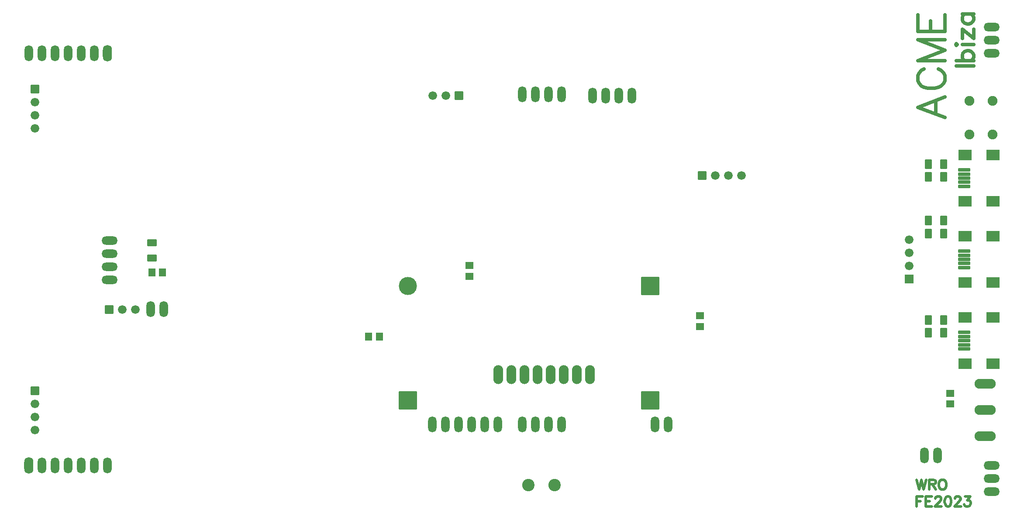
<source format=gts>
G04 Layer: TopSolderMaskLayer*
G04 EasyEDA v6.5.34, 2023-09-07 22:36:22*
G04 6936e88fb932453b8581c8861ee1522a,0b3e81c085af431c91bff7fd5324728f,10*
G04 Gerber Generator version 0.2*
G04 Scale: 100 percent, Rotated: No, Reflected: No *
G04 Dimensions in millimeters *
G04 leading zeros omitted , absolute positions ,4 integer and 5 decimal *
%FSLAX45Y45*%
%MOMM*%

%AMMACRO1*1,1,$1,$2,$3*1,1,$1,$4,$5*1,1,$1,0-$2,0-$3*1,1,$1,0-$4,0-$5*20,1,$1,$2,$3,$4,$5,0*20,1,$1,$4,$5,0-$2,0-$3,0*20,1,$1,0-$2,0-$3,0-$4,0-$5,0*20,1,$1,0-$4,0-$5,$2,$3,0*4,1,4,$2,$3,$4,$5,0-$2,0-$3,0-$4,0-$5,$2,$3,0*%
%ADD10C,0.7000*%
%ADD11C,0.5000*%
%ADD12C,2.4032*%
%ADD13MACRO1,0.1016X-0.7874X0.7874X0.7874X0.7874*%
%ADD14C,1.6764*%
%ADD15R,1.6764X1.6764*%
%ADD16MACRO1,0.1016X0.7874X0.7874X0.7874X-0.7874*%
%ADD17MACRO1,0.1016X0.7874X-0.7874X-0.7874X-0.7874*%
%ADD18MACRO1,0.1016X-0.6502X0.6998X0.6502X0.6998*%
%ADD19MACRO1,0.1016X-0.6998X-0.6502X-0.6998X0.6502*%
%ADD20R,1.5011X1.4021*%
%ADD21O,1.6764000000000001X3.101594*%
%ADD22MACRO1,0.1016X0.6038X0.8505X0.6038X-0.8505*%
%ADD23MACRO1,0.1016X-0.6038X0.8505X-0.6038X-0.8505*%
%ADD24MACRO1,0.1016X0.8505X-0.6038X-0.8505X-0.6038*%
%ADD25MACRO1,0.1016X0.8505X0.6038X-0.8505X0.6038*%
%ADD26O,4.101592X1.9015964*%
%ADD27O,1.6256000000000002X3.101594*%
%ADD28MACRO1,0.1016X-1.125X-0.25X-1.125X0.25*%
%ADD29MACRO1,0.1016X-1.25X-1X-1.25X1*%
%ADD30R,2.6016X2.1016*%
%ADD31C,1.9016*%
%ADD32O,1.609598X3.101594*%
%ADD33O,3.101594X1.609598*%
%ADD34O,1.8796000000000002X3.6576*%
%ADD35C,3.5016*%
%ADD36MACRO1,0.1016X1.7X-1.7X-1.7X-1.7*%
%ADD37O,3.101594X1.6764000000000001*%
%ADD38O,1.778X3.2031940000000003*%
%ADD39O,0.0196X3.2031940000000003*%

%LPD*%
D10*
X17470061Y7950032D02*
G01*
X17995079Y7749880D01*
X17470061Y7950032D02*
G01*
X17995079Y8149930D01*
X17820073Y7825064D02*
G01*
X17820073Y8075000D01*
X17595029Y8689934D02*
G01*
X17544991Y8665042D01*
X17494953Y8615004D01*
X17470061Y8564966D01*
X17470061Y8464890D01*
X17494953Y8415106D01*
X17544991Y8365068D01*
X17595029Y8339922D01*
X17669959Y8315030D01*
X17794927Y8315030D01*
X17869857Y8339922D01*
X17919895Y8365068D01*
X17969933Y8415106D01*
X17995079Y8464890D01*
X17995079Y8564966D01*
X17969933Y8615004D01*
X17919895Y8665042D01*
X17869857Y8689934D01*
X17470061Y8855034D02*
G01*
X17995079Y8855034D01*
X17470061Y8855034D02*
G01*
X17995079Y9054932D01*
X17470061Y9255084D02*
G01*
X17995079Y9054932D01*
X17470061Y9255084D02*
G01*
X17995079Y9255084D01*
X17470061Y9419930D02*
G01*
X17995079Y9419930D01*
X17470061Y9419930D02*
G01*
X17470061Y9745050D01*
X17719997Y9419930D02*
G01*
X17719997Y9620082D01*
X17995079Y9419930D02*
G01*
X17995079Y9745050D01*
X18221751Y8750109D02*
G01*
X18555761Y8750109D01*
X18221751Y8855011D02*
G01*
X18555761Y8855011D01*
X18380755Y8855011D02*
G01*
X18349005Y8886761D01*
X18333257Y8918511D01*
X18333257Y8966263D01*
X18349005Y8998267D01*
X18380755Y9030017D01*
X18428507Y9045765D01*
X18460511Y9045765D01*
X18508263Y9030017D01*
X18540013Y8998267D01*
X18555761Y8966263D01*
X18555761Y8918511D01*
X18540013Y8886761D01*
X18508263Y8855011D01*
X18221751Y9150921D02*
G01*
X18237753Y9166923D01*
X18221751Y9182671D01*
X18205749Y9166923D01*
X18221751Y9150921D01*
X18333257Y9166923D02*
G01*
X18555761Y9166923D01*
X18333257Y9462833D02*
G01*
X18555761Y9287827D01*
X18333257Y9287827D02*
G01*
X18333257Y9462833D01*
X18555761Y9287827D02*
G01*
X18555761Y9462833D01*
X18333257Y9758743D02*
G01*
X18555761Y9758743D01*
X18380755Y9758743D02*
G01*
X18349005Y9726739D01*
X18333257Y9694989D01*
X18333257Y9647237D01*
X18349005Y9615487D01*
X18380755Y9583737D01*
X18428507Y9567735D01*
X18460511Y9567735D01*
X18508263Y9583737D01*
X18540013Y9615487D01*
X18555761Y9647237D01*
X18555761Y9694989D01*
X18540013Y9726739D01*
X18508263Y9758743D01*
D11*
X17449868Y726747D02*
G01*
X17495334Y535993D01*
X17540800Y726747D02*
G01*
X17495334Y535993D01*
X17540800Y726747D02*
G01*
X17586266Y535993D01*
X17631732Y726747D02*
G01*
X17586266Y535993D01*
X17691676Y726747D02*
G01*
X17691676Y535993D01*
X17691676Y726747D02*
G01*
X17773718Y726747D01*
X17800896Y717603D01*
X17810040Y708713D01*
X17818930Y690425D01*
X17818930Y672391D01*
X17810040Y654103D01*
X17800896Y644959D01*
X17773718Y635815D01*
X17691676Y635815D01*
X17755430Y635815D02*
G01*
X17818930Y535993D01*
X17933484Y726747D02*
G01*
X17915450Y717603D01*
X17897162Y699569D01*
X17888272Y681281D01*
X17879128Y654103D01*
X17879128Y608637D01*
X17888272Y581459D01*
X17897162Y563171D01*
X17915450Y544883D01*
X17933484Y535993D01*
X17970060Y535993D01*
X17988094Y544883D01*
X18006382Y563171D01*
X18015526Y581459D01*
X18024416Y608637D01*
X18024416Y654103D01*
X18015526Y681281D01*
X18006382Y699569D01*
X17988094Y717603D01*
X17970060Y726747D01*
X17933484Y726747D01*
X17449944Y401894D02*
G01*
X17449944Y210886D01*
X17449944Y401894D02*
G01*
X17568054Y401894D01*
X17449944Y310962D02*
G01*
X17522588Y310962D01*
X17628252Y401894D02*
G01*
X17628252Y210886D01*
X17628252Y401894D02*
G01*
X17746362Y401894D01*
X17628252Y310962D02*
G01*
X17700896Y310962D01*
X17628252Y210886D02*
G01*
X17746362Y210886D01*
X17815450Y356428D02*
G01*
X17815450Y365572D01*
X17824594Y383606D01*
X17833484Y392750D01*
X17851772Y401894D01*
X17888094Y401894D01*
X17906382Y392750D01*
X17915526Y383606D01*
X17924416Y365572D01*
X17924416Y347284D01*
X17915526Y328996D01*
X17897238Y301818D01*
X17806306Y210886D01*
X17933560Y210886D01*
X18048114Y401894D02*
G01*
X18020936Y392750D01*
X18002648Y365572D01*
X17993504Y320106D01*
X17993504Y292674D01*
X18002648Y247208D01*
X18020936Y220030D01*
X18048114Y210886D01*
X18066402Y210886D01*
X18093580Y220030D01*
X18111868Y247208D01*
X18120758Y292674D01*
X18120758Y320106D01*
X18111868Y365572D01*
X18093580Y392750D01*
X18066402Y401894D01*
X18048114Y401894D01*
X18189846Y356428D02*
G01*
X18189846Y365572D01*
X18198990Y383606D01*
X18208134Y392750D01*
X18226422Y401894D01*
X18262744Y401894D01*
X18280778Y392750D01*
X18289922Y383606D01*
X18299066Y365572D01*
X18299066Y347284D01*
X18289922Y328996D01*
X18271888Y301818D01*
X18180956Y210886D01*
X18308210Y210886D01*
X18386442Y401894D02*
G01*
X18486264Y401894D01*
X18431654Y328996D01*
X18459086Y328996D01*
X18477120Y320106D01*
X18486264Y310962D01*
X18495408Y283530D01*
X18495408Y265496D01*
X18486264Y238064D01*
X18468230Y220030D01*
X18440798Y210886D01*
X18413620Y210886D01*
X18386442Y220030D01*
X18377298Y229174D01*
X18368154Y247208D01*
D12*
G01*
X10428965Y624961D03*
G01*
X9920965Y624961D03*
D13*
G01*
X13293928Y6625076D03*
D14*
G01*
X13547928Y6625076D03*
G01*
X13801928Y6625076D03*
G01*
X14055928Y6625076D03*
D15*
G01*
X17300016Y4618984D03*
D14*
G01*
X17300016Y4872984D03*
G01*
X17300016Y5126984D03*
G01*
X17300016Y5380984D03*
D16*
G01*
X350088Y2455920D03*
D14*
G01*
X350088Y2201920D03*
G01*
X350088Y1947920D03*
G01*
X350088Y1693920D03*
D16*
G01*
X350088Y8306048D03*
D14*
G01*
X350088Y8052048D03*
G01*
X350088Y7798048D03*
G01*
X350088Y7544048D03*
D13*
G01*
X1796110Y4024878D03*
D14*
G01*
X2050110Y4024878D03*
G01*
X2304110Y4024878D03*
D17*
G01*
X8578926Y8174984D03*
D14*
G01*
X8324926Y8174984D03*
G01*
X8070926Y8174984D03*
D18*
G01*
X6819976Y3499987D03*
G01*
X7030034Y3499987D03*
G01*
X2619966Y4749990D03*
G01*
X2830024Y4749990D03*
D19*
G01*
X13249973Y3694963D03*
G01*
X13249973Y3905021D03*
D20*
G01*
X18099989Y2195062D03*
G01*
X18099989Y2405120D03*
D19*
G01*
X8774983Y4669960D03*
G01*
X8774983Y4880018D03*
D21*
G01*
X2598013Y4037680D03*
G01*
X2852013Y4037680D03*
D22*
G01*
X17677086Y3574991D03*
D23*
G01*
X17972839Y3574991D03*
D22*
G01*
X17677086Y3824991D03*
D23*
G01*
X17972839Y3824991D03*
D22*
G01*
X17677086Y6599984D03*
D23*
G01*
X17972839Y6599984D03*
D22*
G01*
X17677086Y6849983D03*
D23*
G01*
X17972839Y6849983D03*
D24*
G01*
X2624993Y5322864D03*
D25*
G01*
X2624993Y5027112D03*
D21*
G01*
X17597958Y1200017D03*
G01*
X17851958Y1200017D03*
D26*
G01*
X18774968Y1574998D03*
G01*
X18774968Y2082998D03*
G01*
X18774968Y2590998D03*
D22*
G01*
X17677086Y5499989D03*
D23*
G01*
X17972839Y5499989D03*
D22*
G01*
X17677086Y5749988D03*
D23*
G01*
X17972839Y5749988D03*
D27*
G01*
X9324975Y1799991D03*
G01*
X9070975Y1799991D03*
G01*
X8816975Y1799991D03*
G01*
X8562975Y1799991D03*
G01*
X8308975Y1799991D03*
G01*
X8054975Y1799991D03*
D28*
G01*
X18371210Y3264984D03*
G01*
X18371210Y3344984D03*
G01*
X18371210Y3424984D03*
G01*
X18371210Y3504984D03*
G01*
X18371210Y3584983D03*
D29*
G01*
X18383711Y2979983D03*
G01*
X18383708Y3869982D03*
D30*
G01*
X18928715Y2979973D03*
G01*
X18928715Y3869989D03*
D31*
G01*
X18925006Y8075112D03*
G01*
X18474918Y8075112D03*
G01*
X18925006Y7424872D03*
G01*
X18474918Y7424872D03*
D21*
G01*
X11168989Y8174984D03*
G01*
X11423015Y8174959D03*
G01*
X11677015Y8174959D03*
G01*
X11931015Y8174959D03*
D32*
G01*
X9799954Y1799991D03*
G01*
X10053954Y1799991D03*
G01*
X10307954Y1799991D03*
G01*
X10561954Y1799991D03*
D33*
G01*
X1799996Y5361985D03*
G01*
X1799996Y5107985D03*
G01*
X1799996Y4853985D03*
G01*
X1799996Y4599985D03*
D32*
G01*
X10561980Y8199978D03*
G01*
X10307980Y8199978D03*
G01*
X10053980Y8199978D03*
G01*
X9799980Y8199978D03*
D21*
G01*
X12626975Y1800016D03*
G01*
X12372975Y1799991D03*
D34*
G01*
X10098379Y2766588D03*
G01*
X10352379Y2766588D03*
G01*
X9844379Y2766588D03*
G01*
X9590379Y2766588D03*
G01*
X9336379Y2766588D03*
G01*
X10606379Y2766588D03*
G01*
X10860379Y2766588D03*
G01*
X11114379Y2766588D03*
D35*
G01*
X7585075Y4484085D03*
D36*
G01*
X7585075Y2261590D03*
G01*
X12284075Y2261590D03*
G01*
X12284075Y4484090D03*
D28*
G01*
X18371210Y4839982D03*
G01*
X18371210Y4919982D03*
G01*
X18371210Y4999982D03*
G01*
X18371210Y5079982D03*
G01*
X18371210Y5159982D03*
D29*
G01*
X18383711Y4554981D03*
G01*
X18383708Y5444980D03*
G01*
X18928709Y4554981D03*
G01*
X18928709Y5444982D03*
D28*
G01*
X18371210Y6414978D03*
G01*
X18371210Y6494978D03*
G01*
X18371210Y6574977D03*
G01*
X18371210Y6654977D03*
G01*
X18371210Y6734977D03*
D29*
G01*
X18383711Y6129977D03*
G01*
X18383708Y7019975D03*
G01*
X18928709Y6129977D03*
G01*
X18928709Y7019978D03*
D37*
G01*
X18899962Y496006D03*
G01*
X18899962Y750006D03*
G01*
X18899962Y1004006D03*
G01*
X18899962Y8995989D03*
G01*
X18899962Y9249989D03*
G01*
X18899962Y9503989D03*
D38*
G01*
X238074Y999992D03*
D21*
G01*
X1762074Y999992D03*
G01*
X492074Y999992D03*
G01*
X746074Y999992D03*
G01*
X1000074Y999992D03*
G01*
X1254074Y999992D03*
G01*
X1508074Y999992D03*
D38*
G01*
X1762074Y8999976D03*
D21*
G01*
X238074Y8999976D03*
G01*
X1508074Y8999976D03*
G01*
X1254074Y8999976D03*
G01*
X1000074Y8999976D03*
G01*
X746074Y8999976D03*
G01*
X492074Y8999976D03*
M02*

</source>
